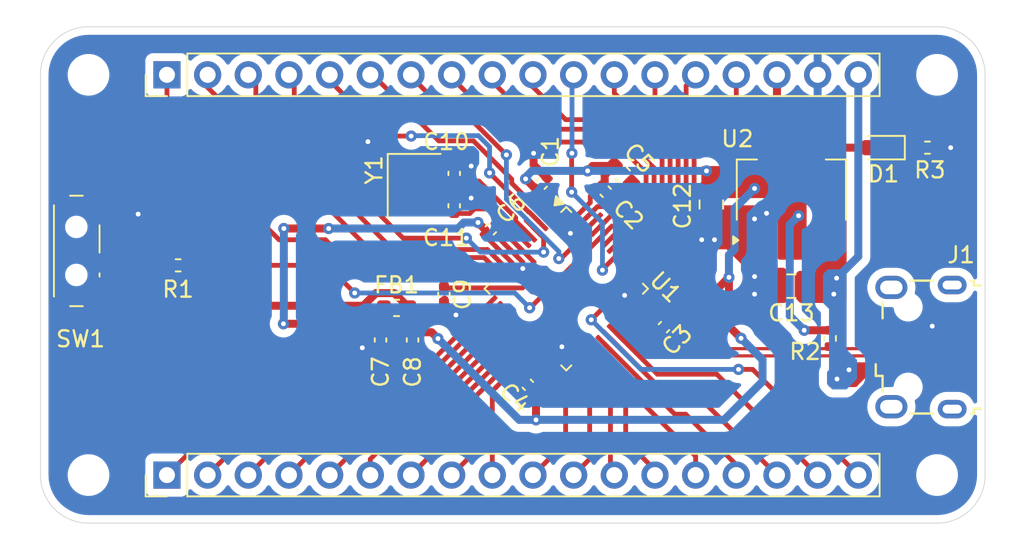
<source format=kicad_pcb>
(kicad_pcb (version 20240108) (generator "pcbnew") (generator_version "8.0")
  (layers (0 "F.Cu" signal) (31 "B.Cu" power) (34 "B.Paste" user) (35 "F.Paste" user) (36 "B.SilkS" user "B.Silkscreen") (37 "F.SilkS" user "F.Silkscreen") (38 "B.Mask" user) (39 "F.Mask" user) (44 "Edge.Cuts" user))
  (net 0 "")
  (net 1 "+3.3V")
  (net 2 "GND")
  (net 3 "+3.3VA")
  (net 4 "/NRST")
  (net 5 "/HSE_IN")
  (net 6 "/HSE_OUT")
  (net 7 "VBUS")
  (net 8 "/PWR_LED_K")
  (net 9 "/USB_D+")
  (net 10 "/USB_D-")
  (net 11 "/BOOT0")
  (net 12 "/SW_BOOT0")
  (net 18 "/PC15")
  (net 19 "/PB8")
  (net 20 "/PA0")
  (net 21 "/PC14")
  (net 22 "/PB6")
  (net 23 "/PB5")
  (net 24 "/PB9")
  (net 25 "/PA2")
  (net 26 "/PC13")
  (net 27 "/PB7")
  (net 28 "/PA15")
  (net 29 "/PA14")
  (net 30 "/PB4")
  (net 31 "/PB3")
  (net 32 "/PA1")
  (net 33 "/PA9")
  (net 34 "/PA7")
  (net 35 "/PA3")
  (net 36 "/PA8")
  (net 37 "/PB14")
  (net 38 "/PA6")
  (net 39 "/PB12")
  (net 40 "/PB15")
  (net 41 "/PB1")
  (net 42 "/PB2")
  (net 43 "/PA4")
  (net 44 "/PB11")
  (net 45 "/PB10")
  (net 46 "/PB13")
  (net 47 "/PA13")
  (net 48 "/PA10")
  (net 49 "/PA5")
  (net 50 "/PB0")
  (footprint "MountingHole:MountingHole_2.1mm" (layer "F.Cu") (at 83 114)
    (property "Reference" "H4" (hide yes))
    (property "Value" "MountingHole")
  )
  (footprint "Resistor_SMD:R_0402_1005Metric" (layer "F.Cu") (at 129.3 105.465 -90)
    (property "Reference" "R2")
    (property "Value" "1k5")
  )
  (footprint "Capacitor_SMD:C_0603_1608Metric" (layer "F.Cu") (at 116.36066 95.242498 -45)
    (property "Reference" "C5")
    (property "Value" "10u")
  )
  (footprint "Capacitor_SMD:C_0402_1005Metric" (layer "F.Cu") (at 101.23941 105.560588 -90)
    (property "Reference" "C7")
    (property "Value" "1u")
  )
  (footprint "Connector_PinHeader_2.54mm:PinHeader_1x18_P2.54mm_Vertical" (layer "F.Cu") (at 87.9 89 90)
    (property "Reference" "J2" (hide yes))
    (property "Value" "Conn_01x18")
  )
  (footprint "Package_QFP:LQFP-48_7x7mm_P0.5mm" (layer "F.Cu") (at 112.839411 102.360589 -45)
    (property "Reference" "U1")
    (property "Value" "STM32F103C8T6")
  )
  (footprint "MountingHole:MountingHole_2.1mm" (layer "F.Cu") (at 136 114)
    (property "Reference" "H3" (hide yes))
    (property "Value" "MountingHole")
  )
  (footprint "Connector_USB:USB_Micro-B_Wuerth_629105150521" (layer "F.Cu") (at 134.995 106.005 90)
    (property "Reference" "J1")
    (property "Value" "USB_B_Micro")
  )
  (footprint "Capacitor_SMD:C_0402_1005Metric" (layer "F.Cu") (at 105.839411 97.180589 90)
    (property "Reference" "C11")
    (property "Value" "10p")
  )
  (footprint "MountingHole:MountingHole_2.1mm" (layer "F.Cu") (at 83 89)
    (property "Reference" "H1" (hide yes))
    (property "Value" "MountingHole")
  )
  (footprint "MountingHole:MountingHole_2.1mm" (layer "F.Cu") (at 136 89)
    (property "Reference" "H2" (hide yes))
    (property "Value" "MountingHole")
  )
  (footprint "Connector_PinHeader_2.54mm:PinHeader_1x18_P2.54mm_Vertical" (layer "F.Cu") (at 87.9 114 90)
    (property "Reference" "J3" (hide yes))
    (property "Value" "Conn_01x18")
  )
  (footprint "Button_Switch_SMD:SW_SPDT_PCM12" (layer "F.Cu") (at 82.57 100 -90)
    (property "Reference" "SW1")
    (property "Value" "SW_SPDT")
  )
  (footprint "Capacitor_SMD:C_0402_1005Metric" (layer "F.Cu") (at 105.2 102.72 -90)
    (property "Reference" "C9")
    (property "Value" "100n")
  )
  (footprint "Capacitor_SMD:C_0402_1005Metric" (layer "F.Cu") (at 115.3 96.303158 -45)
    (property "Reference" "C2")
    (property "Value" "100n")
  )
  (footprint "Capacitor_SMD:C_0402_1005Metric" (layer "F.Cu") (at 110.439411 108.360589 135)
    (property "Reference" "C4")
    (property "Value" "100n")
  )
  (footprint "Capacitor_SMD:C_0402_1005Metric" (layer "F.Cu") (at 105.839411 95.160589 90)
    (property "Reference" "C10")
    (property "Value" "10p")
  )
  (footprint "Resistor_SMD:R_0402_1005Metric" (layer "F.Cu") (at 135.4 93.55)
    (property "Reference" "R3")
    (property "Value" "1k5")
  )
  (footprint "Package_TO_SOT_SMD:SOT-223-3_TabPin2" (layer "F.Cu") (at 126.9 96.2 90)
    (property "Reference" "U2")
    (property "Value" "AMS1117-3.3")
  )
  (footprint "Inductor_SMD:L_0603_1608Metric" (layer "F.Cu") (at 102.23941 103.560589)
    (property "Reference" "FB1")
    (property "Value" "120R")
  )
  (footprint "Resistor_SMD:R_0402_1005Metric" (layer "F.Cu") (at 88.6 100.9)
    (property "Reference" "R1")
    (property "Value" "10k")
  )
  (footprint "Capacitor_SMD:C_0402_1005Metric" (layer "F.Cu") (at 118.939411 104.760589 -135)
    (property "Reference" "C3")
    (property "Value" "100n")
  )
  (footprint "Capacitor_SMD:C_0805_2012Metric" (layer "F.Cu") (at 121.9 97.1 -90)
    (property "Reference" "C12")
    (property "Value" "22u")
  )
  (footprint "Capacitor_SMD:C_0805_2012Metric" (layer "F.Cu") (at 126.9 102.2 180)
    (property "Reference" "C13")
    (property "Value" "22u")
  )
  (footprint "Crystal:Crystal_SMD_3225-4Pin_3.2x2.5mm" (layer "F.Cu") (at 103.339411 95.940589 -90)
    (property "Reference" "Y1")
    (property "Value" "16MHZ")
  )
  (footprint "LED_SMD:LED_0603_1608Metric" (layer "F.Cu") (at 132.5 93.55 180)
    (property "Reference" "D1")
    (property "Value" "BLUE")
  )
  (footprint "Capacitor_SMD:C_0402_1005Metric" (layer "F.Cu") (at 111.3 95.8 45)
    (property "Reference" "C1")
    (property "Value" "100n")
  )
  (footprint "Capacitor_SMD:C_0402_1005Metric" (layer "F.Cu") (at 108.125 98.65 45)
    (property "Reference" "C6")
    (property "Value" "10n")
  )
  (footprint "Capacitor_SMD:C_0402_1005Metric" (layer "F.Cu") (at 103.239411 105.560589 -90)
    (property "Reference" "C8")
    (property "Value" "1u")
  )
  (gr_arc (start 80 89) (mid 80.87868 86.87868) (end 83 86) (stroke (width 0.05)) (layer "Edge.Cuts"))
  (gr_arc (start 139 114) (mid 138.12132 116.12132) (end 136 117) (stroke (width 0.05)) (layer "Edge.Cuts"))
  (gr_line (start 80 114) (end 80 89) (stroke (width 0.05)) (layer "Edge.Cuts"))
  (gr_arc (start 136 86) (mid 138.12132 86.87868) (end 139 89) (stroke (width 0.05)) (layer "Edge.Cuts"))
  (gr_line (start 83 86) (end 136 86) (stroke (width 0.05)) (layer "Edge.Cuts"))
  (gr_line (start 83 117) (end 136 117) (stroke (width 0.05)) (layer "Edge.Cuts"))
  (gr_line (start 139 114) (end 139 89) (stroke (width 0.05)) (layer "Edge.Cuts"))
  (gr_arc (start 83 117) (mid 80.87868 116.12132) (end 80 114) (stroke (width 0.05)) (layer "Edge.Cuts"))
  (segment (start 118.439411 104.060589) (end 117.738199 103.359377) (width 0.3) (layer "F.Cu") (net 1))
  (segment (start 131.712499 93.55) (end 127.399999 93.55) (width 0.5) (layer "F.Cu") (net 1))
  (segment (start 104.825 105.475) (end 104.430589 105.080589) (width 0.5) (layer "F.Cu") (net 1))
  (segment (start 123 101.65) (end 123 104.7) (width 0.5) (layer "F.Cu") (net 1))
  (segment (start 114.175 95) (end 114.48051 94.69449) (width 0.5) (layer "F.Cu") (net 1))
  (segment (start 100.16068 103.425) (end 85.175 103.425) (width 0.5) (layer "F.Cu") (net 1))
  (segment (start 110.95 110.55) (end 110.95 108.871178) (width 0.5) (layer "F.Cu") (net 1))
  (segment (start 114.48051 94.69449) (end 115.812652 94.69449) (width 0.5) (layer "F.Cu") (net 1))
  (segment (start 127.7 104.955) (end 129.3 104.955) (width 0.5) (layer "F.Cu") (net 1))
  (segment (start 115.80551 94.69449) (end 115.239411 95.260589) (width 0.5) (layer "F.Cu") (net 1))
  (segment (start 123 101.65) (end 121.75 102.9) (width 0.5) (layer "F.Cu") (net 1))
  (segment (start 119.278822 104.421178) (end 119.303822 104.421178) (width 0.5) (layer "F.Cu") (net 1))
  (segment (start 119.278822 104.421178) (end 118.918233 104.060589) (width 0.3) (layer "F.Cu") (net 1))
  (segment (start 115.239411 95.260589) (end 115.239411 95.684925) (width 0.5) (layer "F.Cu") (net 1))
  (segment (start 111.139411 108.360589) (end 111.139411 107.960589) (width 0.3) (layer "F.Cu") (net 1))
  (segment (start 115.812652 94.69449) (end 115.80551 94.69449) (width 0.5) (layer "F.Cu") (net 1))
  (segment (start 111.139411 107.960589) (end 111.840623 107.259377) (width 0.3) (layer "F.Cu") (net 1))
  (segment (start 103.026911 103.560589) (end 102.101911 102.635589) (width 0.5) (layer "F.Cu") (net 1))
  (segment (start 127.399999 93.55) (end 126.9 93.050001) (width 0.5) (layer "F.Cu") (net 1))
  (segment (start 120.8 102.9) (end 119.278822 104.421178) (width 0.5) (layer "F.Cu") (net 1))
  (segment (start 110.960589 96.592679) (end 110.960589 96.139411) (width 0.3) (layer "F.Cu") (net 1))
  (segment (start 126 89.1) (end 126 92.150001) (width 0.5) (layer "F.Cu") (net 1))
  (segment (start 111.840623 97.472713) (end 110.960589 96.592679) (width 0.3) (layer "F.Cu") (net 1))
  (segment (start 115.239411 95.684925) (end 114.960589 95.963747) (width 0.5) (layer "F.Cu") (net 1))
  (segment (start 111.840623 97.472713) (end 111.840622 97.472713) (width 0.3) (layer "F.Cu") (net 1))
  (segment (start 103.026911 104.868089) (end 103.239411 105.080589) (width 0.5) (layer "F.Cu") (net 1))
  (segment (start 123 104.7) (end 123.755 105.455) (width 0.5) (layer "F.Cu") (net 1))
  (segment (start 121.75 102.9) (end 120.8 102.9) (width 0.5) (layer "F.Cu") (net 1))
  (segment (start 126 92.150001) (end 126.9 93.050001) (width 0.5) (layer "F.Cu") (net 1))
  (segment (start 118.918233 104.060589) (end 118.439411 104.060589) (width 0.3) (layer "F.Cu") (net 1))
  (segment (start 102.101911 102.635589) (end 100.950091 102.635589) (width 0.5) (layer "F.Cu") (net 1))
  (segment (start 85.175 103.425) (end 84 102.25) (width 0.5) (layer "F.Cu") (net 1))
  (segment (start 117.738199 103.359377) (end 117.727287 103.359377) (width 0.3) (layer "F.Cu") (net 1))
  (segment (start 110.960589 96.139411) (end 110.939411 96.139411) (width 0.5) (layer "F.Cu") (net 1))
  (segment (start 110.939411 96.139411) (end 110.3 95.5) (width 0.5) (layer "F.Cu") (net 1))
  (segment (start 104.430589 105.080589) (end 103.239411 105.080589) (width 0.5) (layer "F.Cu") (net 1))
  (segment (start 100.950091 102.635589) (end 100.16068 103.425) (width 0.5) (layer "F.Cu") (net 1))
  (segment (start 110.95 108.871178) (end 110.778822 108.7) (width 0.5) (layer "F.Cu") (net 1))
  (segment (start 111.840623 107.259377) (end 111.840623 107.248465) (width 0.3) (layer "F.Cu") (net 1))
  (segment (start 110.778822 108.7) (end 111.118233 108.360589) (width 0.3) (layer "F.Cu") (net 1))
  (segment (start 114.960589 95.963747) (end 114.339411 96.584925) (width 0.3) (layer "F.Cu") (net 1))
  (segment (start 114.339411 96.584925) (end 114.339411 96.971501) (width 0.3) (layer "F.Cu") (net 1))
  (segment (start 114.339411 96.971501) (end 113.838199 97.472713) (width 0.3) (layer "F.Cu") (net 1))
  (segment (start 111.118233 108.360589) (end 111.139411 108.360589) (width 0.3) (layer "F.Cu") (net 1))
  (segment (start 103.026911 103.560589) (end 103.026911 104.868089) (width 0.5) (layer "F.Cu") (net 1))
  (via (at 104.825 105.475) (size 0.7) (drill 0.3) (layers "F.Cu" "B.Cu") (net 1))
  (via (at 123.755 105.455) (size 0.7) (drill 0.3) (layers "F.Cu" "B.Cu") (net 1))
  (via (at 121.6 95) (size 0.7) (drill 0.3) (layers "F.Cu" "B.Cu") (net 1))
  (via (at 127.35 97.8) (size 0.7) (drill 0.3) (layers "F.Cu" "B.Cu") (net 1))
  (via (at 110.3 95.5) (size 0.7) (drill 0.3) (layers "F.Cu" "B.Cu") (net 1))
  (via (at 110.95 110.55) (size 0.7) (drill 0.3) (layers "F.Cu" "B.Cu") (net 1))
  (via (at 124.6 96.1) (size 0.7) (drill 0.3) (layers "F.Cu" "B.Cu") (net 1))
  (via (at 114.175 95) (size 0.7) (drill 0.3) (layers "F.Cu" "B.Cu") (net 1))
  (via (at 127.7 104.955) (size 0.7) (drill 0.3) (layers "F.Cu" "B.Cu") (net 1))
  (via (at 123 101.65) (size 0.7) (drill 0.3) (layers "F.Cu" "B.Cu") (net 1))
  (segment (start 114.175 95) (end 110.7 95) (width 0.5) (layer "B.Cu") (net 1))
  (segment (start 121.6 95) (end 114.175 95) (width 0.5) (layer "B.Cu") (net 1))
  (segment (start 123.755 105.455) (end 125.1 106.8) (width 0.5) (layer "B.Cu") (net 1))
  (segment (start 126.8 98.35) (end 126.8 104.055) (width 0.5) (layer "B.Cu") (net 1))
  (segment (start 123 100.25) (end 123.35 99.9) (width 0.5) (layer "B.Cu") (net 1))
  (segment (start 123 101.65) (end 123 100.25) (width 0.5) (layer "B.Cu") (net 1))
  (segment (start 123.35 97.35) (end 124.6 96.1) (width 0.5) (layer "B.Cu") (net 1))
  (segment (start 125.1 108.15) (end 122.7 110.55) (width 0.5) (layer "B.Cu") (net 1))
  (segment (start 125.1 106.8) (end 125.1 108.15) (width 0.5) (layer "B.Cu") (net 1))
  (segment (start 110.3 95.4) (end 110.3 95.5) (width 0.5) (layer "B.Cu") (net 1))
  (segment (start 127.35 97.8) (end 126.8 98.35) (width 0.5) (layer "B.Cu") (net 1))
  (segment (start 123.35 99.9) (end 123.35 97.35) (width 0.5) (layer "B.Cu") (net 1))
  (segment (start 109.9 110.55) (end 110.95 110.55) (width 0.5) (layer "B.Cu") (net 1))
  (segment (start 104.825 105.475) (end 109.9 110.55) (width 0.5) (layer "B.Cu") (net 1))
  (segment (start 127.325 97.8) (end 127.35 97.8) (width 0.3) (layer "B.Cu") (net 1))
  (segment (start 126.8 104.055) (end 127.7 104.955) (width 0.5) (layer "B.Cu") (net 1))
  (segment (start 122.7 110.55) (end 110.95 110.55) (width 0.5) (layer "B.Cu") (net 1))
  (segment (start 110.7 95) (end 110.3 95.4) (width 0.5) (layer "B.Cu") (net 1))
  (segment (start 108.497536 99.079374) (end 108.497536 98.343714) (width 0.3) (layer "F.Cu") (net 2))
  (segment (start 105.95 104) (end 105.23941 103.28941) (width 0.5) (layer "F.Cu") (net 2))
  (segment (start 117.373733 103.712931) (end 117.830402 104.169598) (width 0.3) (layer "F.Cu") (net 2))
  (segment (start 112.394725 105.987255) (end 111.487069 106.894911) (width 0.3) (layer "F.Cu") (net 2))
  (segment (start 116.339411 96.360589) (end 115.921391 96.360589) (width 0.5) (layer "F.Cu") (net 2))
  (segment (start 114.786159 97.231859) (end 115.050121 97.231859) (width 0.3) (layer "F.Cu") (net 2))
  (segment (start 110.721391 107.660589) (end 110.460589 107.660589) (width 0.3) (layer "F.Cu") (net 2))
  (segment (start 86.05 97.75) (end 86.1 97.7) (width 0.5) (layer "F.Cu") (net 2))
  (segment (start 105.839411 94.680589) (end 106.880589 94.680589) (width 0.5) (layer "F.Cu") (net 2))
  (segment (start 100.45 93.175) (end 100.45 95.001178) (width 0.5) (layer "F.Cu") (net 2))
  (segment (start 109.365749 99.947587) (end 108.497536 99.079374) (width 0.3) (layer "F.Cu") (net 2))
  (segment (start 110.460589 107.660589) (end 110.1 108.021178) (width 0.3) (layer "F.Cu") (net 2))
  (segment (start 110.125 101.1) (end 110.125 100.706838) (width 0.3) (layer "F.Cu") (net 2))
  (segment (start 135.7 104.7) (end 135.695 104.705) (width 0.3) (layer "F.Cu") (net 2))
  (segment (start 116.539411 96.160589) (end 116.339411 96.360589) (width 0.5) (layer "F.Cu") (net 2))
  (segment (start 84 97.75) (end 86.05 97.75) (width 0.5) (layer "F.Cu") (net 2))
  (segment (start 106.880589 94.680589) (end 106.9 94.7) (width 0.5) (layer "F.Cu") (net 2))
  (segment (start 106.899411 96.700589) (end 106.9 96.7) (width 0.5) (layer "F.Cu") (net 2))
  (segment (start 110.8 94.621178) (end 111.639411 95.460589) (width 0.5) (layer "F.Cu") (net 2))
  (segment (start 116.484175 102.823373) (end 117.373733 103.712931) (width 0.3) (layer "F.Cu") (net 2))
  (segment (start 116.484175 102.774517) (end 116.484175 102.823373) (width 0.3) (layer "F.Cu") (net 2))
  (segment (start 115.050121 97.231859) (end 115.639411 96.642569) (width 0.3) (layer "F.Cu") (net 2))
  (segment (start 110.8 93.9) (end 110.8 94.621178) (width 0.5) (layer "F.Cu") (net 2))
  (segment (start 100.45 95.001178) (end 102.489411 97.040589) (width 0.5) (layer "F.Cu") (net 2))
  (segment (start 112.567004 105.987255) (end 112.394725 105.987255) (width 0.3) (layer "F.Cu") (net 2))
  (segment (start 103.239411 106.040589) (end 101.239411 106.040589) (width 0.5) (layer "F.Cu") (net 2))
  (segment (start 116.539411 96.159763) (end 116.539411 96.160589) (width 0.5) (layer "F.Cu") (net 2))
  (segment (start 101.239411 106.040589) (end 101.23941 106.040588) (width 0.5) (layer "F.Cu") (net 2))
  (segment (start 105.839411 96.700589) (end 106.899411 96.700589) (width 0.5) (layer "F.Cu") (net 2))
  (segment (start 115.921391 96.360589) (end 115.639411 96.642569) (width 0.5) (layer "F.Cu") (net 2))
  (segment (start 101.229998 106.05) (end 101.23941 106.040588) (width 0.5) (layer "F.Cu") (net 2))
  (segment (start 100.1 106.05) (end 101.229998 106.05) (width 0.5) (layer "F.Cu") (net 2))
  (segment (start 115.639411 96.760589) (end 115.639411 96.642569) (width 0.3) (layer "F.Cu") (net 2))
  (segment (start 136.85 93.55) (end 135.909999 93.55) (width 0.5) (layer "F.Cu") (net 2))
  (segment (start 110.125 100.706838) (end 109.365749 99.947587) (width 0.3) (layer "F.Cu") (net 2))
  (segment (start 116.908668 95.790506) (end 116.539411 96.159763) (width 0.5) (layer "F.Cu") (net 2))
  (segment (start 114.191753 97.826267) (end 113.11802 98.9) (width 0.3) (layer "F.Cu") (net 2))
  (segment (start 108.497536 98.343714) (end 108.464411 98.310589) (width 0.3) (layer "F.Cu") (net 2))
  (segment (start 114.546518 97.471501) (end 114.639411 97.378608) (width 0.3) (layer "F.Cu") (net 2))
  (segment (start 103.23941 106.040588) (end 103.239411 106.040589) (width 0.3) (layer "F.Cu") (net 2))
  (segment (start 115.639411 96.642569) (end 115.657431 96.642569) (width 0.3) (layer "F.Cu") (net 2))
  (segment (start 113.11802 98.9) (end 113.1 98.9) (width 0.3) (layer "F.Cu") (net 2))
  (segment (start 108.464411 98.310589) (end 108.464411 98.264411) (width 0.3) (layer "F.Cu") (net 2))
  (segment (start 117.830402 104.169598) (end 117.968141 104.307337) (width 0.3) (layer "F.Cu") (net 2))
  (segment (start 105.839411 94.680589) (end 104.349411 94.680589) (width 0.5) (layer "F.Cu") (net 2))
  (segment (start 105.23941 103.28941) (end 105.23941 103.040588) (width 0.5) (layer "F.Cu") (net 2))
  (segment (start 135.695 104.705) (end 133.095 104.705) (width 0.3) (layer "F.Cu") (net 2))
  (segment (start 111.487069 106.894911) (end 110.721391 107.660589) (width 0.3) (layer "F.Cu") (net 2))
  (segment (start 114.639411 97.378608) (end 114.786159 97.231859) (width 0.3) (layer "F.Cu") (net 2))
  (segment (start 117.968141 104.307337) (end 117.968141 104.468141) (width 0.3) (layer "F.Cu") (net 2))
  (segment (start 114.191753 97.826267) (end 114.546518 97.471501) (width 0.3) (layer "F.Cu") (net 2))
  (segment (start 104.349411 94.680589) (end 104.189411 94.840589) (width 0.5) (layer "F.Cu") (net 2))
  (segment (start 117.968141 104.468141) (end 118.6 105.1) (width 0.3) (layer "F.Cu") (net 2))
  (via (at 122.1 99.3) (size 0.7) (drill 0.3) (layers "F.Cu" "B.Cu") (net 2))
  (via (at 105.95 104) (size 0.7) (drill 0.3) (layers "F.Cu" "B.Cu") (net 2))
  (via (at 113.1 98.9) (size 0.7) (drill 0.3) (layers "F.Cu" "B.Cu") (net 2))
  (via (at 100.1 106.05) (size 0.7) (drill 0.3) (layers "F.Cu" "B.Cu") (net 2))
  (via (at 124.6 102.7) (size 0.7) (drill 0.3) (layers "F.Cu" "B.Cu") (net 2))
  (via (at 125.35 97.65) (size 0.7) (drill 0.3) (layers "F.Cu" "B.Cu") (net 2))
  (via (at 135.7 104.7) (size 0.7) (drill 0.3) (layers "F.Cu" "B.Cu") (net 2))
  (via (at 116.484175 102.774517) (size 0.7) (drill 0.3) (layers "F.Cu" "B.Cu") (net 2))
  (via (at 106.9 96.7) (size 0.7) (drill 0.3) (layers "F.Cu" "B.Cu") (net 2))
  (via (at 121.3 99.3) (size 0.7) (drill 0.3) (layers "F.Cu" "B.Cu") (net 2))
  (via (at 110.125 101.1) (size 0.7) (drill 0.3) (layers "F.Cu" "B.Cu") (net 2))
  (via (at 136.85 93.55) (size 0.6) (drill 0.3) (layers "F.Cu" "B.Cu") (net 2))
  (via (at 100.45 93.175) (size 0.7) (drill 0.3) (layers "F.Cu" "B.Cu") (net 2))
  (via (at 86.1 97.7) (size 0.7) (drill 0.3) (layers "F.Cu" "B.Cu") (net 2))
  (via (at 124.6 101.6) (size 0.7) (drill 0.3) (layers "F.Cu" "B.Cu") (net 2))
  (via (at 110.8 93.9) (size 0.7) (drill 0.3) (layers "F.Cu" "B.Cu") (net 2))
  (via (at 106.9 94.7) (size 0.7) (drill 0.3) (layers "F.Cu" "B.Cu") (net 2))
  (via (at 112.567004 105.987255) (size 0.7) (drill 0.3) (layers "F.Cu" "B.Cu") (net 2))
  (via (at 124.6 98) (size 0.7) (drill 0.3) (layers "F.Cu" "B.Cu") (net 2))
  (segment (start 86.1 97.7) (end 86.125 97.675) (width 0.5) (layer "B.Cu") (net 2))
  (segment (start 107.785589 99.074533) (end 109.012196 100.30114) (width 0.3) (layer "F.Cu") (net 3))
  (segment (start 95.175 104.55) (end 101.23941 104.55) (width 0.5) (layer "F.Cu") (net 3))
  (segment (start 101.23941 104.55) (end 101.23941 103.773088) (width 0.5) (layer "F.Cu") (net 3))
  (segment (start 98 98.6) (end 95.2 98.6) (width 0.5) (layer "F.Cu") (net 3))
  (segment (start 107.785589 98.685589) (end 107.325 98.225) (width 0.5) (layer "F.Cu") (net 3))
  (segment (start 101.23941 105.080588) (end 101.23941 104.55) (width 0.5) (layer "F.Cu") (net 3))
  (segment (start 101.23941 103.773088) (end 101.451909 103.560589) (width 0.5) (layer "F.Cu") (net 3))
  (segment (start 109.012196 100.30114) (end 108.417788 99.706734) (width 0.3) (layer "F.Cu") (net 3))
  (segment (start 108.417788 99.706734) (end 108.375 99.663946) (width 0.3) (layer "F.Cu") (net 3))
  (segment (start 107.785589 98.989411) (end 107.785589 98.685589) (width 0.5) (layer "F.Cu") (net 3))
  (via (at 95.175 104.55) (size 0.7) (drill 0.3) (layers "F.Cu" "B.Cu") (net 3))
  (via (at 95.2 98.6) (size 0.7) (drill 0.3) (layers "F.Cu" "B.Cu") (net 3))
  (via (at 98 98.6) (size 0.7) (drill 0.3) (layers "F.Cu" "B.Cu") (net 3))
  (via (at 107.325 98.225) (size 0.7) (drill 0.3) (layers "F.Cu" "B.Cu") (net 3))
  (segment (start 98 98.6) (end 106.068629 98.6) (width 0.5) (layer "B.Cu") (net 3))
  (segment (start 106.068629 98.6) (end 106.443629 98.225) (width 0.5) (layer "B.Cu") (net 3))
  (segment (start 95.2 98.6) (end 95.2 104.525) (width 0.5) (layer "B.Cu") (net 3))
  (segment (start 106.443629 98.225) (end 107.325 98.225) (width 0.5) (layer "B.Cu") (net 3))
  (segment (start 95.2 104.525) (end 95.175 104.55) (width 0.5) (layer "B.Cu") (net 3))
  (segment (start 105.468584 102.309762) (end 110.105188 102.309762) (width 0.3) (layer "F.Cu") (net 4))
  (segment (start 110.825 101.58995) (end 110.825 100.699732) (width 0.3) (layer "F.Cu") (net 4))
  (segment (start 110.825 100.699732) (end 109.719302 99.594034) (width 0.3) (layer "F.Cu") (net 4))
  (segment (start 105.23941 102.080588) (end 105.468584 102.309762) (width 0.3) (layer "F.Cu") (net 4))
  (segment (start 110.105188 102.309762) (end 110.825 101.58995) (width 0.3) (layer "F.Cu") (net 4))
  (segment (start 107.392472 95.640589) (end 105.839411 95.640589) (width 0.3) (layer "F.Cu") (net 5))
  (segment (start 110.426409 98.886927) (end 110.426409 98.886926) (width 0.3) (layer "F.Cu") (net 5))
  (segment (start 105.839411 95.640589) (end 105.519411 95.960589) (width 0.3) (layer "F.Cu") (net 5))
  (segment (start 105.519411 95.960589) (end 103.309411 95.960589) (width 0.3) (layer "F.Cu") (net 5))
  (segment (start 109.676358 98.136876) (end 109.676358 97.924475) (width 0.3) (layer "F.Cu") (net 5))
  (segment (start 109.676358 97.924475) (end 107.392472 95.640589) (width 0.3) (layer "F.Cu") (net 5))
  (segment (start 110.426409 98.886927) (end 109.676358 98.136876) (width 0.3) (layer "F.Cu") (net 5))
  (segment (start 103.309411 95.960589) (end 102.489411 95.140589) (width 0.3) (layer "F.Cu") (net 5))
  (segment (start 102.489411 95.140589) (end 102.489411 94.840589) (width 0.3) (layer "F.Cu") (net 5))
  (segment (start 107.1 97.375) (end 106.814411 97.660589) (width 0.3) (layer "F.Cu") (net 6))
  (segment (start 106.814411 97.660589) (end 105.839411 97.660589) (width 0.3) (layer "F.Cu") (net 6))
  (segment (start 108.419776 97.375) (end 107.1 97.375) (width 0.3) (layer "F.Cu") (net 6))
  (segment (start 109.176358 98.131582) (end 108.419776 97.375) (width 0.3) (layer "F.Cu") (net 6))
  (segment (start 110.072856 99.24048) (end 109.176358 98.343982) (width 0.3) (layer "F.Cu") (net 6))
  (segment (start 104.809411 97.660589) (end 104.189411 97.040589) (width 0.3) (layer "F.Cu") (net 6))
  (segment (start 105.839411 97.660589) (end 104.809411 97.660589) (width 0.3) (layer "F.Cu") (net 6))
  (segment (start 109.176358 98.343982) (end 109.176358 98.131582) (width 0.3) (layer "F.Cu") (net 6))
  (segment (start 129.2 99.35) (end 129.2 99.6) (width 0.5) (layer "F.Cu") (net 7))
  (segment (start 129.2 99.6) (end 129.4 99.8) (width 0.5) (layer "F.Cu") (net 7))
  (via (at 129.725 101.7) (size 0.7) (drill 0.3) (layers "F.Cu" "B.Cu") (net 7))
  (via (at 129.55 102.7) (size 0.7) (drill 0.3) (layers "F.Cu" "B.Cu") (net 7))
  (via (at 129.75 108) (size 0.7) (drill 0.3) (layers "F.Cu" "B.Cu") (net 7))
  (via (at 130.5 107.425) (size 0.7) (drill 0.3) (layers "F.Cu" "B.Cu") (net 7))
  (segment (start 131.08 100.345) (end 129.725 101.7) (width 0.5) (layer "B.Cu") (net 7))
  (segment (start 131.08 89.1) (end 131.08 100.345) (width 0.5) (layer "B.Cu") (net 7))
  (segment (start 133.287501 93.55) (end 134.890001 93.55) (width 0.5) (layer "F.Cu") (net 8))
  (segment (start 117.30086 105.089628) (end 118.316232 106.105) (width 0.2) (layer "F.Cu") (net 9))
  (segment (start 117.30086 105.054272) (end 117.30086 105.089628) (width 0.2) (layer "F.Cu") (net 9))
  (segment (start 116.666626 104.420038) (end 117.30086 105.054272) (width 0.2) (layer "F.Cu") (net 9))
  (segment (start 132.019999 106.105) (end 132.119999 106.005) (width 0.2) (layer "F.Cu") (net 9))
  (segment (start 132.119999 106.005) (end 133.095 106.005) (width 0.2) (layer "F.Cu") (net 9))
  (segment (start 118.316232 106.105) (end 132.019999 106.105) (width 0.2) (layer "F.Cu") (net 9))
  (segment (start 118.129838 106.555) (end 132.019999 106.555) (width 0.2) (layer "F.Cu") (net 10))
  (segment (start 132.019999 106.555) (end 132.119999 106.655) (width 0.2) (layer "F.Cu") (net 10))
  (segment (start 116.313073 104.773591) (end 116.947307 105.407825) (width 0.2) (layer "F.Cu") (net 10))
  (segment (start 132.119999 106.655) (end 133.095 106.655) (width 0.2) (layer "F.Cu") (net 10))
  (segment (start 116.947307 105.407825) (end 116.982663 105.407825) (width 0.2) (layer "F.Cu") (net 10))
  (segment (start 116.982663 105.407825) (end 118.129838 106.555) (width 0.2) (layer "F.Cu") (net 10))
  (segment (start 97.9 100.9) (end 99.625 102.625) (width 0.3) (layer "F.Cu") (net 11))
  (segment (start 89.109999 100.9) (end 97.9 100.9) (width 0.3) (layer "F.Cu") (net 11))
  (segment (start 110.55 103.55) (end 110.58934 103.55) (width 0.3) (layer "F.Cu") (net 11))
  (segment (start 110.58934 103.55) (end 115.252413 98.886927) (width 0.3) (layer "F.Cu") (net 11))
  (via (at 110.55 103.55) (size 0.7) (drill 0.3) (layers "F.Cu" "B.Cu") (net 11))
  (via (at 99.625 102.625) (size 0.7) (drill 0.3) (layers "F.Cu" "B.Cu") (net 11))
  (segment (start 110.55 103.55) (end 109.625 102.625) (width 0.3) (layer "B.Cu") (net 11))
  (segment (start 109.625 102.625) (end 99.625 102.625) (width 0.3) (layer "B.Cu") (net 11))
  (segment (start 84 100.75) (end 87.940001 100.75) (width 0.3) (layer "F.Cu") (net 12))
  (segment (start 87.940001 100.75) (end 88.090001 100.9) (width 0.3) (layer "F.Cu") (net 12))
  (segment (start 84.059999 100.809999) (end 84 100.75) (width 0.3) (layer "F.Cu") (net 12))
  (segment (start 102.648822 99.2) (end 95.85 92.401178) (width 0.3) (layer "F.Cu") (net 18))
  (segment (start 111.425 99.178412) (end 111.425 100.075) (width 0.3) (layer "F.Cu") (net 18))
  (segment (start 95.85 89.43) (end 95.52 89.1) (width 0.3) (layer "F.Cu") (net 18))
  (segment (start 95.85 92.401178) (end 95.85 89.43) (width 0.3) (layer "F.Cu") (net 18))
  (segment (start 110.779962 98.533374) (end 111.425 99.178412) (width 0.3) (layer "F.Cu") (net 18))
  (segment (start 106.6 99.2) (end 102.648822 99.2) (width 0.3) (layer "F.Cu") (net 18))
  (via (at 111.425 100.075) (size 0.7) (drill 0.3) (layers "F.Cu" "B.Cu") (net 18))
  (via (at 106.6 99.2) (size 0.7) (drill 0.3) (layers "F.Cu" "B.Cu") (net 18))
  (segment (start 107.475 100.075) (end 106.6 99.2) (width 0.3) (layer "B.Cu") (net 18))
  (segment (start 109.8 100.075) (end 107.475 100.075) (width 0.3) (layer "B.Cu") (net 18))
  (segment (start 111.425 100.075) (end 109.8 100.075) (width 0.3) (layer "B.Cu") (net 18))
  (segment (start 114.89886 98.533374) (end 116.471645 96.960589) (width 0.3) (layer "F.Cu") (net 19))
  (segment (start 117.825 95.125) (end 115.9 93.2) (width 0.3) (layer "F.Cu") (net 19))
  (segment (start 117.825 96.175) (end 117.825 95.125) (width 0.3) (layer "F.Cu") (net 19))
  (segment (start 109.7 93.2) (end 105.68 89.18) (width 0.3) (layer "F.Cu") (net 19))
  (segment (start 117.039411 96.960589) (end 117.825 96.175) (width 0.3) (layer "F.Cu") (net 19))
  (segment (start 115.9 93.2) (end 109.7 93.2) (width 0.3) (layer "F.Cu") (net 19))
  (segment (start 105.68 89.18) (end 105.68 89.1) (width 0.3) (layer "F.Cu") (net 19))
  (segment (start 116.471645 96.960589) (end 117.039411 96.960589) (width 0.3) (layer "F.Cu") (net 19))
  (segment (start 102.013841 99.913841) (end 93.45 91.35) (width 0.3) (layer "F.Cu") (net 20))
  (segment (start 108.658642 100.654694) (end 107.917789 99.913841) (width 0.3) (layer "F.Cu") (net 20))
  (segment (start 107.917789 99.913841) (end 102.013841 99.913841) (width 0.3) (layer "F.Cu") (net 20))
  (segment (start 93.45 89.57) (end 92.98 89.1) (width 0.3) (layer "F.Cu") (net 20))
  (segment (start 93.45 91.35) (end 93.45 89.57) (width 0.3) (layer "F.Cu") (net 20))
  (segment (start 110.510414 97.585414) (end 108.05 95.125) (width 0.3) (layer "F.Cu") (net 21))
  (segment (start 111.133516 98.17982) (end 110.539108 97.585414) (width 0.3) (layer "F.Cu") (net 21))
  (segment (start 101.525 92.825) (end 98.06 89.36) (width 0.3) (layer "F.Cu") (net 21))
  (segment (start 98.06 89.36) (end 98.06 89.1) (width 0.3) (layer "F.Cu") (net 21))
  (segment (start 103.15 92.825) (end 101.525 92.825) (width 0.3) (layer "F.Cu") (net 21))
  (segment (start 110.539108 97.585414) (end 110.510414 97.585414) (width 0.3) (layer "F.Cu") (net 21))
  (via (at 108.05 95.125) (size 0.7) (drill 0.3) (layers "F.Cu" "B.Cu") (net 21))
  (via (at 103.15 92.825) (size 0.7) (drill 0.3) (layers "F.Cu" "B.Cu") (net 21))
  (segment (start 108.05 93.5) (end 107.35 92.8) (width 0.3) (layer "B.Cu") (net 21))
  (segment (start 107.35 92.8) (end 107.025 92.8) (width 0.3) (layer "B.Cu") (net 21))
  (segment (start 103.175 92.8) (end 103.15 92.825) (width 0.3) (layer "B.Cu") (net 21))
  (segment (start 108.05 95.125) (end 108.05 93.5) (width 0.3) (layer "B.Cu") (net 21))
  (segment (start 107.025 92.8) (end 103.175 92.8) (width 0.3) (layer "B.Cu") (net 21))
  (segment (start 110.76 89.76) (end 112.8 91.8) (width 0.3) (layer "F.Cu") (net 22))
  (segment (start 116.4 91.8) (end 118.825 94.225) (width 0.3) (layer "F.Cu") (net 22))
  (segment (start 112.8 91.8) (end 116.4 91.8) (width 0.3) (layer "F.Cu") (net 22))
  (segment (start 118.825 96.728554) (end 115.95952 99.594034) (width 0.3) (layer "F.Cu") (net 22))
  (segment (start 118.825 94.225) (end 118.825 96.728554) (width 0.3) (layer "F.Cu") (net 22))
  (segment (start 110.76 89.1) (end 110.76 89.76) (width 0.3) (layer "F.Cu") (net 22))
  (segment (start 115.1 101.2) (end 115.1 101.16066) (width 0.3) (layer "F.Cu") (net 23))
  (segment (start 113.192068 93.9) (end 113.175 93.917068) (width 0.3) (layer "F.Cu") (net 23))
  (segment (start 115.1 101.16066) (end 116.313073 99.947587) (width 0.3) (layer "F.Cu") (net 23))
  (segment (start 113.175 93.917068) (end 113.175 96.325) (width 0.3) (layer "F.Cu") (net 23))
  (via (at 115.1 101.2) (size 0.7) (drill 0.3) (layers "F.Cu" "B.Cu") (net 23))
  (via (at 113.175 96.325) (size 0.7) (drill 0.3) (layers "F.Cu" "B.Cu") (net 23))
  (via (at 113.192068 93.9) (size 0.7) (drill 0.3) (layers "F.Cu" "B.Cu") (net 23))
  (segment (start 113.192068 93.9) (end 113.2 93.892068) (width 0.3) (layer "B.Cu") (net 23))
  (segment (start 113.2 89.1) (end 113.3 89) (width 0.3) (layer "B.Cu") (net 23))
  (segment (start 115.1 98.25) (end 113.175 96.325) (width 0.3) (layer "B.Cu") (net 23))
  (segment (start 115.1 101.2) (end 115.1 98.25) (width 0.3) (layer "B.Cu") (net 23))
  (segment (start 113.2 93.892068) (end 113.2 89.1) (width 0.3) (layer "B.Cu") (net 23))
  (segment (start 114.545306 98.17982) (end 113.950899 98.774227) (width 0.3) (layer "F.Cu") (net 24))
  (segment (start 105.19 91.15) (end 103.14 89.1) (width 0.3) (layer "F.Cu") (net 24))
  (segment (start 113.950899 99.039051) (end 112.51495 100.475) (width 0.3) (layer "F.Cu") (net 24))
  (segment (start 109.1 94) (end 106.25 91.15) (width 0.3) (layer "F.Cu") (net 24))
  (segment (start 113.950899 98.774227) (end 113.950899 99.039051) (width 0.3) (layer "F.Cu") (net 24))
  (segment (start 112.51495 100.475) (end 112.375 100.475) (width 0.3) (layer "F.Cu") (net 24))
  (segment (start 106.25 91.15) (end 105.19 91.15) (width 0.3) (layer "F.Cu") (net 24))
  (via (at 112.375 100.475) (size 0.7) (drill 0.3) (layers "F.Cu" "B.Cu") (net 24))
  (via (at 109.1 94) (size 0.7) (drill 0.3) (layers "F.Cu" "B.Cu") (net 24))
  (segment (start 109.1 96.76005) (end 112.375 100.03505) (width 0.3) (layer "B.Cu") (net 24))
  (segment (start 112.375 100.03505) (end 112.375 100.475) (width 0.3) (layer "B.Cu") (net 24))
  (segment (start 109.1 94) (end 109.1 96.76005) (width 0.3) (layer "B.Cu") (net 24))
  (segment (start 97.8 99.3) (end 94.9 99.3) (width 0.3) (layer "F.Cu") (net 25))
  (segment (start 99.861801 101.361801) (end 97.8 99.3) (width 0.3) (layer "F.Cu") (net 25))
  (segment (start 87.9 92.3) (end 87.9 89.1) (width 0.3) (layer "F.Cu") (net 25))
  (segment (start 107.951535 101.361801) (end 99.861801 101.361801) (width 0.3) (layer "F.Cu") (net 25))
  (segment (start 94.9 99.3) (end 87.9 92.3) (width 0.3) (layer "F.Cu") (net 25))
  (segment (start 107.03995 93.125) (end 104.875 93.125) (width 0.3) (layer "F.Cu") (net 26))
  (segment (start 104.875 93.125) (end 100.85 89.1) (width 0.3) (layer "F.Cu") (net 26))
  (segment (start 109.430401 95.515451) (end 107.03995 93.125) (width 0.3) (layer "F.Cu") (net 26))
  (segment (start 100.85 89.1) (end 100.6 89.1) (width 0.3) (layer "F.Cu") (net 26))
  (segment (start 111.487069 97.826267) (end 109.430401 95.769599) (width 0.3) (layer "F.Cu") (net 26))
  (segment (start 109.430401 95.769599) (end 109.430401 95.515451) (width 0.3) (layer "F.Cu") (net 26))
  (segment (start 108.22 89.42) (end 108.22 89.1) (width 0.3) (layer "F.Cu") (net 27))
  (segment (start 115.9 92.4) (end 111.2 92.4) (width 0.3) (layer "F.Cu") (net 27))
  (segment (start 118.325 96.521446) (end 118.325 94.825) (width 0.3) (layer "F.Cu") (net 27))
  (segment (start 115.605966 99.24048) (end 118.325 96.521446) (width 0.3) (layer "F.Cu") (net 27))
  (segment (start 118.325 94.825) (end 115.9 92.4) (width 0.3) (layer "F.Cu") (net 27))
  (segment (start 111.2 92.4) (end 108.22 89.42) (width 0.3) (layer "F.Cu") (net 27))
  (segment (start 120.325 98.05698) (end 120.325 89.695) (width 0.3) (layer "F.Cu") (net 28))
  (segment (start 117.373733 101.008247) (end 120.325 98.05698) (width 0.3) (layer "F.Cu") (net 28))
  (segment (start 120.325 89.695) (end 120.92 89.1) (width 0.3) (layer "F.Cu") (net 28))
  (segment (start 120.825 98.264088) (end 117.727287 101.361801) (width 0.3) (layer "F.Cu") (net 29))
  (segment (start 123.46 89.1) (end 123.46 90.54) (width 0.3) (layer "F.Cu") (net 29))
  (segment (start 123.46 90.54) (end 120.825 93.175) (width 0.3) (layer "F.Cu") (net 29))
  (segment (start 120.825 93.175) (end 120.825 98.264088) (width 0.3) (layer "F.Cu") (net 29))
  (segment (start 116.666626 100.30114) (end 119.325 97.642766) (width 0.3) (layer "F.Cu") (net 30))
  (segment (start 119.325 97.642766) (end 119.325 93.625) (width 0.3) (layer "F.Cu") (net 30))
  (segment (start 115.84 90.14) (end 115.84 89.1) (width 0.3) (layer "F.Cu") (net 30))
  (segment (start 119.325 93.625) (end 115.84 90.14) (width 0.3) (layer "F.Cu") (net 30))
  (segment (start 119.825 92.825) (end 118.38 91.38) (width 0.3) (layer "F.Cu") (net 31))
  (segment (start 118.38 91.38) (end 118.38 89.1) (width 0.3) (layer "F.Cu") (net 31))
  (segment (start 117.02018 100.654694) (end 119.825 97.849874) (width 0.3) (layer "F.Cu") (net 31))
  (segment (start 119.825 97.849874) (end 119.825 92.825) (width 0.3) (layer "F.Cu") (net 31))
  (segment (start 101.06384 100.41384) (end 107.710682 100.41384) (width 0.3) (layer "F.Cu") (net 32))
  (segment (start 90.44 89.79) (end 101.06384 100.41384) (width 0.3) (layer "F.Cu") (net 32))
  (segment (start 107.710682 100.41384) (end 108.305089 101.008247) (width 0.3) (layer "F.Cu") (net 32))
  (segment (start 90.44 89.1) (end 90.44 89.79) (width 0.3) (layer "F.Cu") (net 32))
  (segment (start 120.5 108.5) (end 126 114) (width 0.3) (layer "F.Cu") (net 33))
  (segment (start 118.625268 108.5) (end 120.5 108.5) (width 0.3) (layer "F.Cu") (net 33))
  (segment (start 115.605966 105.480698) (end 118.625268 108.5) (width 0.3) (layer "F.Cu") (net 33))
  (segment (start 109.365749 104.773591) (end 108.771343 105.367999) (width 0.3) (layer "F.Cu") (net 34))
  (segment (start 103.832171 110.307171) (end 101.752829 110.307171) (width 0.3) (layer "F.Cu") (net 34))
  (segment (start 101.752829 110.307171) (end 98.06 114) (width 0.3) (layer "F.Cu") (net 34))
  (segment (start 108.771343 105.367999) (end 103.832171 110.307171) (width 0.3) (layer "F.Cu") (net 34))
  (segment (start 104.110912 107.2) (end 94.7 107.2) (width 0.3) (layer "F.Cu") (net 35))
  (segment (start 94.7 107.2) (end 87.9 114) (width 0.3) (layer "F.Cu") (net 35))
  (segment (start 107.951535 103.359377) (end 104.110912 107.2) (width 0.3) (layer "F.Cu") (net 35))
  (segment (start 119.618162 110.2) (end 120.3 110.2) (width 0.3) (layer "F.Cu") (net 36))
  (segment (start 123.46 113.36) (end 123.46 114) (width 0.3) (layer "F.Cu") (net 36))
  (segment (start 120.3 110.2) (end 123.46 113.36) (width 0.3) (layer "F.Cu") (net 36))
  (segment (start 115.252413 105.834251) (end 119.618162 110.2) (width 0.3) (layer "F.Cu") (net 36))
  (segment (start 116.55 111.85) (end 118.38 113.68) (width 0.3) (layer "F.Cu") (net 37))
  (segment (start 114.545306 106.541358) (end 116.55 108.546052) (width 0.3) (layer "F.Cu") (net 37))
  (segment (start 118.38 113.68) (end 118.38 114) (width 0.3) (layer "F.Cu") (net 37))
  (segment (start 116.55 108.546052) (end 116.55 111.85) (width 0.3) (layer "F.Cu") (net 37))
  (segment (start 103.832234 109.6) (end 99.92 109.6) (width 0.3) (layer "F.Cu") (net 38))
  (segment (start 109.012196 104.420038) (end 103.832234 109.6) (width 0.3) (layer "F.Cu") (net 38))
  (segment (start 99.92 109.6) (end 95.52 114) (width 0.3) (layer "F.Cu") (net 38))
  (segment (start 114.3 107.710266) (end 113.838199 107.248465) (width 0.3) (layer "F.Cu") (net 39))
  (segment (start 114.3 113) (end 114.3 107.710266) (width 0.3) (layer "F.Cu") (net 39))
  (segment (start 113.3 114) (end 114.3 113) (width 0.3) (layer "F.Cu") (net 39))
  (segment (start 114.89886 106.187804) (end 117.5 108.788944) (width 0.3) (layer "F.Cu") (net 40))
  (segment (start 117.5 108.788944) (end 117.5 109.4) (width 0.3) (layer "F.Cu") (net 40))
  (segment (start 120.92 112.82) (end 120.92 114) (width 0.3) (layer "F.Cu") (net 40))
  (segment (start 117.5 109.4) (end 120.92 112.82) (width 0.3) (layer "F.Cu") (net 40))
  (segment (start 106.1 109.453554) (end 110.072856 105.480698) (width 0.3) (layer "F.Cu") (net 41))
  (segment (start 103.14 114) (end 106.1 111.04) (width 0.3) (layer "F.Cu") (net 41))
  (segment (start 106.1 111.04) (end 106.1 109.453554) (width 0.3) (layer "F.Cu") (net 41))
  (segment (start 107.1 109.160659) (end 107.1 112.58) (width 0.3) (layer "F.Cu") (net 42))
  (segment (start 107.1 112.58) (end 105.68 114) (width 0.3) (layer "F.Cu") (net 42))
  (segment (start 110.426408 105.834251) (end 107.1 109.160659) (width 0.3) (layer "F.Cu") (net 42))
  (segment (start 110.426409 105.834251) (end 110.426408 105.834251) (width 0.3) (layer "F.Cu") (net 42))
  (segment (start 104.034011 107.984011) (end 96.455989 107.984011) (width 0.3) (layer "F.Cu") (net 43))
  (segment (start 108.305089 103.712931) (end 108.305089 103.712933) (width 0.3) (layer "F.Cu") (net 43))
  (segment (start 96.455989 107.984011) (end 90.44 114) (width 0.3) (layer "F.Cu") (net 43))
  (segment (start 108.305089 103.712933) (end 104.034011 107.984011) (width 0.3) (layer "F.Cu") (net 43))
  (segment (start 112.8 111.96) (end 110.76 114) (width 0.3) (layer "F.Cu") (net 44))
  (segment (start 112.8 106.748706) (end 112.8 111.96) (width 0.3) (layer "F.Cu") (net 44))
  (segment (start 111.133516 106.541358) (end 111.867004 105.80787) (width 0.3) (layer "F.Cu") (net 44))
  (segment (start 111.867004 105.697305) (end 112.277054 105.287255) (width 0.3) (layer "F.Cu") (net 44))
  (segment (start 112.856954 105.287255) (end 113.3 105.730301) (width 0.3) (layer "F.Cu") (net 44))
  (segment (start 113.3 105.730301) (end 113.3 106.248706) (width 0.3) (layer "F.Cu") (net 44))
  (segment (start 112.277054 105.287255) (end 112.856954 105.287255) (width 0.3) (layer "F.Cu") (net 44))
  (segment (start 111.867004 105.80787) (end 111.867004 105.697305) (width 0.3) (layer "F.Cu") (net 44))
  (segment (start 113.3 106.248706) (end 112.8 106.748706) (width 0.3) (layer "F.Cu") (net 44))
  (segment (start 108.467765 108.5) (end 108.22 108.747765) (width 0.3) (layer "F.Cu") (net 45))
  (segment (start 108.22 108.747765) (end 108.22 114) (width 0.3) (layer "F.Cu") (net 45))
  (segment (start 110.779962 106.187804) (end 108.467766 108.5) (width 0.3) (layer "F.Cu") (net 45))
  (segment (start 108.467766 108.5) (end 108.467765 108.5) (width 0.3) (layer "F.Cu") (net 45))
  (segment (start 115.84 114) (end 115.6 113.76) (width 0.3) (layer "F.Cu") (net 46))
  (segment (start 115.6 113.76) (end 115.6 108.303158) (width 0.3) (layer "F.Cu") (net 46))
  (segment (start 115.6 108.303158) (end 114.191753 106.894911) (width 0.3) (layer "F.Cu") (net 46))
  (segment (start 124.48 107.4) (end 131.08 114) (width 0.3) (layer "F.Cu") (net 47))
  (segment (start 123.6 107.4) (end 124.48 107.4) (width 0.3) (layer "F.Cu") (net 47))
  (segment (start 114.4 104.3) (end 115.227923 103.472077) (width 0.3) (layer "F.Cu") (net 47))
  (segment (start 115.227923 103.472077) (end 116.425773 103.472077) (width 0.3) (layer "F.Cu") (net 47))
  (segment (start 116.425773 103.472077) (end 117.02018 104.066484) (width 0.3) (layer "F.Cu") (net 47))
  (via (at 123.6 107.4) (size 0.7) (drill 0.3) (layers "F.Cu" "B.Cu") (net 47))
  (via (at 114.4 104.3) (size 0.7) (drill 0.3) (layers "F.Cu" "B.Cu") (net 47))
  (segment (start 117.5 107.4) (end 123.6 107.4) (width 0.3) (layer "B.Cu") (net 47))
  (segment (start 114.4 104.3) (end 117.5 107.4) (width 0.3) (layer "B.Cu") (net 47))
  (segment (start 118.532376 107.7) (end 115.95952 105.127144) (width 0.3) (layer "F.Cu") (net 48))
  (segment (start 128.54 114) (end 122.24 107.7) (width 0.3) (layer "F.Cu") (net 48))
  (segment (start 122.24 107.7) (end 118.532376 107.7) (width 0.3) (layer "F.Cu") (net 48))
  (segment (start 103.962564 108.762564) (end 98.217436 108.762564) (width 0.3) (layer "F.Cu") (net 49))
  (segment (start 106.054538 106.67059) (end 103.962564 108.762564) (width 0.3) (layer "F.Cu") (net 49))
  (segment (start 106.054538 106.670588) (end 106.054538 106.67059) (width 0.3) (layer "F.Cu") (net 49))
  (segment (start 98.217436 108.762564) (end 92.98 114) (width 0.3) (layer "F.Cu") (net 49))
  (segment (start 108.658642 104.066484) (end 106.054538 106.670588) (width 0.3) (layer "F.Cu") (net 49))
  (segment (start 100.6 113) (end 102.3 111.3) (width 0.3) (layer "F.Cu") (net 50))
  (segment (start 102.3 111.3) (end 103.546448 111.3) (width 0.3) (layer "F.Cu") (net 50))
  (segment (start 103.546448 111.3) (end 109.271343 105.575105) (width 0.3) (layer "F.Cu") (net 50))
  (segment (start 100.6 114) (end 100.6 113) (width 0.3) (layer "F.Cu") (net 50))
  (segment (start 109.271343 105.575105) (end 109.719302 105.127144) (width 0.3) (layer "F.Cu") (net 50))
  (zone (net 2) (net_name "GND") (layer "F.Cu") (priority 1) (connect_pads yes (clearance 0.3)) (min_thickness 0.25) (fill yes (thermal_gap 0.5) (thermal_bridge_width 0.5))
    (polygon (pts (xy 120.9 97.3) (xy 121.05 97.15) (xy 125.65 97.15) (xy 125.75 97.25) (xy 125.75 100.9) (xy 125.9 101.05) (xy 126.45 101.05) (xy 126.75 101.35) (xy 126.75 103) (xy 126.5 103.25) (xy 124.55 103.25) (xy 123.95 102.65) (xy 123.95 101) (xy 122.85 99.9) (xy 121.3 99.9) (xy 120.9 99.5) (xy 120.9 98.8)))
  )
  (zone (net 1) (net_name "+3.3V") (layer "F.Cu") (priority 2) (connect_pads yes (clearance 0.3)) (min_thickness 0.25) (fill yes (thermal_gap 0.5) (thermal_bridge_width 0.5))
    (polygon (pts (xy 126.05 100.55) (xy 126.05 96.8) (xy 125.95 96.7) (xy 120.8 96.7) (xy 120.8 94.95) (xy 121.05 94.7) (xy 124.65 94.7) (xy 124.75 94.6) (xy 124.75 92.3) (xy 125.35 91.7) (xy 128.8 91.7) (xy 129.1 92) (xy 129.1 94.1) (xy 128.45 94.75) (xy 128 94.75) (xy 127.85 94.9) (xy 127.85 100.3) (xy 127.6 100.55)))
  )
  (zone (net 7) (net_name "VBUS") (layer "F.Cu") (priority 3) (connect_pads yes (clearance 0.3)) (min_thickness 0.25) (fill yes (thermal_gap 0.5) (thermal_bridge_width 0.5))
    (polygon (pts (xy 133.85 107.05) (xy 133.85 107.55) (xy 133.8 107.6) (xy 131.85 107.6) (xy 131.05 108.4) (xy 131.05 108.45) (xy 131 108.5) (xy 129.2 108.5) (xy 129.2 107.5) (xy 129.75 106.95) (xy 132.05 106.95) (xy 132.15 107.05)))
  )
  (zone (net 7) (net_name "VBUS") (layer "F.Cu") (priority 4) (connect_pads yes (clearance 0.3)) (min_thickness 0.25) (fill yes (thermal_gap 0.5) (thermal_bridge_width 0.5))
    (polygon (pts (xy 127.05 102.85) (xy 127.45 103.25) (xy 130.35 103.25) (xy 130.35 97.9) (xy 130.3 97.85) (xy 128.55 97.85) (xy 128.3 98.1) (xy 128.3 100.75) (xy 127.8 101.25) (xy 127.35 101.25) (xy 127.1 101.5) (xy 127.1 102.8)))
  )
  (zone (net 2) (net_name "GND") (layer "B.Cu") (connect_pads (clearance 0.5)) (min_thickness 0.25) (fill yes (thermal_gap 0.5) (thermal_bridge_width 0.5))
    (polygon (pts (xy 80 86) (xy 80 117) (xy 139 117) (xy 139 86)))
  )
  (zone (net 7) (net_name "VBUS") (layer "B.Cu") (priority 5) (connect_pads yes (clearance 0.3)) (min_thickness 0.25) (fill yes (thermal_gap 0.5) (thermal_bridge_width 0.5))
    (polygon (pts (xy 130.35 108.65) (xy 131 108) (xy 131 106.8) (xy 130.35 106.15) (xy 130.35 101.2) (xy 130.3 101.15) (xy 129.175 101.15) (xy 128.875 101.45) (xy 128.875 103.25) (xy 129.25 103.625) (xy 129.25 107.425) (xy 129.125 107.55) (xy 129.125 108.325) (xy 129.45 108.65)))
  )
)
</source>
